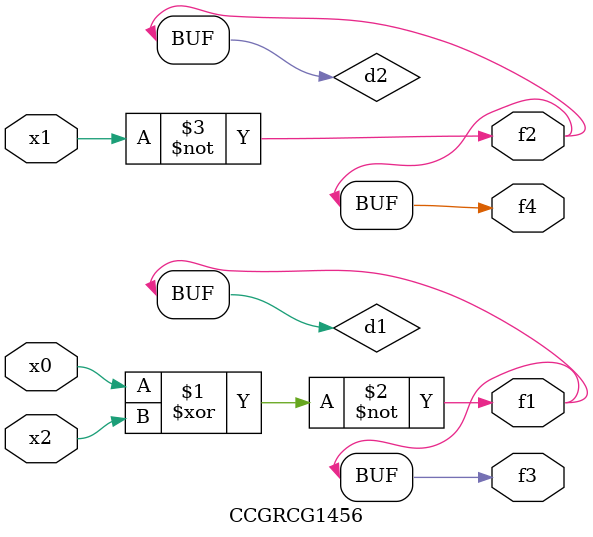
<source format=v>
module CCGRCG1456(
	input x0, x1, x2,
	output f1, f2, f3, f4
);

	wire d1, d2, d3;

	xnor (d1, x0, x2);
	nand (d2, x1);
	nor (d3, x1, x2);
	assign f1 = d1;
	assign f2 = d2;
	assign f3 = d1;
	assign f4 = d2;
endmodule

</source>
